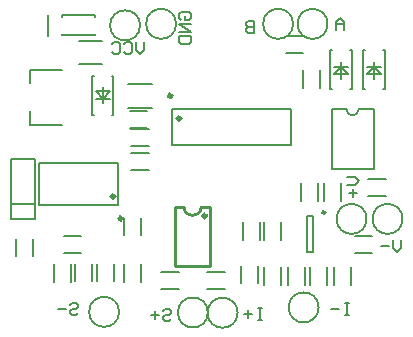
<source format=gbo>
G04*
G04 #@! TF.GenerationSoftware,Altium Limited,Altium Designer,23.10.1 (27)*
G04*
G04 Layer_Color=32896*
%FSLAX25Y25*%
%MOIN*%
G70*
G04*
G04 #@! TF.SameCoordinates,442CD837-0526-4CC3-B5C4-5EBA4434BA87*
G04*
G04*
G04 #@! TF.FilePolarity,Positive*
G04*
G01*
G75*
%ADD10C,0.01000*%
%ADD12C,0.00787*%
%ADD14C,0.00500*%
%ADD60C,0.01181*%
%ADD61C,0.00984*%
%ADD62C,0.00600*%
D10*
X57641Y-66677D02*
G03*
X63361Y-66658I2859J176D01*
G01*
X66405Y-86343D02*
Y-66658D01*
X54594Y-86343D02*
Y-66658D01*
X63361D02*
X66405D01*
X54594D02*
X57641D01*
X54594Y-86343D02*
X66405D01*
D12*
X105500Y-5500D02*
G03*
X105500Y-5500I-5000J0D01*
G01*
X118500Y-70500D02*
G03*
X118500Y-70500I-5000J0D01*
G01*
X130500D02*
G03*
X130500Y-70500I-5000J0D01*
G01*
X65600Y-101700D02*
G03*
X65600Y-101700I-5000J0D01*
G01*
X36000Y-101500D02*
G03*
X36000Y-101500I-5000J0D01*
G01*
X43000Y-6000D02*
G03*
X43000Y-6000I-5000J0D01*
G01*
X55000Y-5500D02*
G03*
X55000Y-5500I-5000J0D01*
G01*
X75500Y-101800D02*
G03*
X75500Y-101800I-5000J0D01*
G01*
X102500Y-100000D02*
G03*
X102500Y-100000I-5000J0D01*
G01*
X94000Y-5500D02*
G03*
X94000Y-5500I-5000J0D01*
G01*
X98516Y-69398D02*
X100484D01*
X98516Y-81602D02*
X100484D01*
Y-69398D01*
X98516Y-81602D02*
Y-69398D01*
X12264Y-9543D02*
Y-2457D01*
X28110Y-9347D02*
Y-8953D01*
X16890Y-9347D02*
Y-8953D01*
X28110Y-3047D02*
Y-2654D01*
X16890Y-3047D02*
Y-2654D01*
Y-9347D02*
X28110D01*
X16890Y-2654D02*
X28110D01*
X22563Y-11063D02*
X30437D01*
X22563Y-18937D02*
X30437D01*
X0Y-70500D02*
Y-50400D01*
Y-65500D02*
X8000D01*
X-13Y-70500D02*
X7987D01*
X8000D02*
Y-50400D01*
X0D02*
X8000D01*
X39063Y-33437D02*
X46937D01*
X39063Y-25563D02*
X46937D01*
X77146Y-77453D02*
Y-71547D01*
X82854Y-77453D02*
Y-71547D01*
X1646Y-82953D02*
Y-77047D01*
X7354Y-82953D02*
Y-77047D01*
X37646Y-75953D02*
Y-70047D01*
X43354Y-75953D02*
Y-70047D01*
X82354Y-91953D02*
Y-86047D01*
X76646Y-91953D02*
Y-86047D01*
X65449Y-88146D02*
X71354D01*
X65449Y-93854D02*
X71354D01*
X50047D02*
X55953D01*
X50047Y-88146D02*
X55953D01*
X96646Y-64453D02*
Y-58547D01*
X102354Y-64453D02*
Y-58547D01*
X40047Y-46354D02*
X45953D01*
X40047Y-40646D02*
X45953D01*
X84146Y-77453D02*
Y-71547D01*
X89854Y-77453D02*
Y-71547D01*
X102854Y-26854D02*
Y-20949D01*
X97146Y-26854D02*
Y-20949D01*
X43354Y-91551D02*
Y-85646D01*
X37646Y-91551D02*
Y-85646D01*
X34354Y-91354D02*
Y-85449D01*
X28646Y-91354D02*
Y-85449D01*
X40047Y-54354D02*
X45953D01*
X40047Y-48646D02*
X45953D01*
X104146Y-64453D02*
Y-58547D01*
X109854Y-64453D02*
Y-58547D01*
X84146Y-92453D02*
Y-86547D01*
X89854Y-92453D02*
Y-86547D01*
X113354Y-92453D02*
Y-86547D01*
X107646Y-92453D02*
Y-86547D01*
X114547Y-76146D02*
X120453D01*
X114547Y-81854D02*
X120453D01*
X91547Y-9646D02*
X97453D01*
X91547Y-15354D02*
X97453D01*
X99646Y-92453D02*
Y-86547D01*
X105354Y-92453D02*
Y-86547D01*
X17547Y-76146D02*
X23453D01*
X17547Y-81854D02*
X23453D01*
X39547Y-40354D02*
X45453D01*
X39547Y-34646D02*
X45453D01*
X119047Y-62854D02*
X124953D01*
X119047Y-57146D02*
X124953D01*
X19854Y-91453D02*
Y-85547D01*
X14146Y-91453D02*
Y-85547D01*
X92146Y-92453D02*
Y-86547D01*
X97854Y-92453D02*
Y-86547D01*
X21146Y-91354D02*
Y-85449D01*
X26854Y-91354D02*
Y-85449D01*
D14*
X111819Y-34000D02*
G03*
X115819Y-34000I2000J0D01*
G01*
X121000Y-23827D02*
Y-18327D01*
X117457Y-14327D02*
X118000D01*
X124000D02*
X124543D01*
X117457Y-27327D02*
X118000D01*
X124000D02*
X124543D01*
X118600Y-19927D02*
X123324D01*
X120962D02*
X123324Y-22289D01*
X118600D02*
X123324D01*
X118600D02*
X120962Y-19927D01*
X117457Y-27327D02*
Y-14327D01*
X124543Y-27327D02*
Y-14327D01*
X106819Y-34000D02*
X111819D01*
X115819D02*
X120819D01*
X106819Y-54000D02*
X120819D01*
X106819D02*
Y-34000D01*
X120819Y-54000D02*
Y-34000D01*
X30500Y-32000D02*
Y-26500D01*
X33500Y-36000D02*
X34043D01*
X26957D02*
X27500D01*
X33500Y-23000D02*
X34043D01*
X26957D02*
X27500D01*
X28176Y-30400D02*
X32900D01*
X28176Y-28038D02*
X30538Y-30400D01*
X28176Y-28038D02*
X32900D01*
X30538Y-30400D02*
X32900Y-28038D01*
X34043Y-36000D02*
Y-23000D01*
X26957Y-36000D02*
Y-23000D01*
X110000Y-23827D02*
Y-18327D01*
X106457Y-14327D02*
X107000D01*
X113000D02*
X113543D01*
X106457Y-27327D02*
X107000D01*
X113000D02*
X113543D01*
X107600Y-19927D02*
X112324D01*
X109962D02*
X112324Y-22289D01*
X107600D02*
X112324D01*
X107600D02*
X109962Y-19927D01*
X106457Y-27327D02*
Y-14327D01*
X113543Y-27327D02*
Y-14327D01*
X110833Y-7499D02*
Y-4834D01*
X109500Y-3501D01*
X108167Y-4834D01*
Y-7499D01*
Y-5500D01*
X110833D01*
X112001Y-56668D02*
X114666D01*
X115999Y-58001D01*
X114666Y-59334D01*
X112001D01*
X114000Y-60667D02*
Y-63332D01*
X112667Y-61999D02*
X115333D01*
X129832Y-77501D02*
Y-80166D01*
X128499Y-81499D01*
X127166Y-80166D01*
Y-77501D01*
X125833Y-79500D02*
X123168D01*
X50766Y-101367D02*
X51433Y-100701D01*
X52766D01*
X53432Y-101367D01*
Y-102034D01*
X52766Y-102700D01*
X51433D01*
X50766Y-103366D01*
Y-104033D01*
X51433Y-104699D01*
X52766D01*
X53432Y-104033D01*
X49433Y-102700D02*
X46768D01*
X48101Y-101367D02*
Y-104033D01*
X19667Y-99167D02*
X20333Y-98501D01*
X21666D01*
X22332Y-99167D01*
Y-99834D01*
X21666Y-100500D01*
X20333D01*
X19667Y-101166D01*
Y-101833D01*
X20333Y-102499D01*
X21666D01*
X22332Y-101833D01*
X18334Y-100500D02*
X15668D01*
X44332Y-11501D02*
Y-14166D01*
X42999Y-15499D01*
X41666Y-14166D01*
Y-11501D01*
X37667Y-12167D02*
X38334Y-11501D01*
X39666D01*
X40333Y-12167D01*
Y-14833D01*
X39666Y-15499D01*
X38334D01*
X37667Y-14833D01*
X33668Y-12167D02*
X34335Y-11501D01*
X35668D01*
X36334Y-12167D01*
Y-14833D01*
X35668Y-15499D01*
X34335D01*
X33668Y-14833D01*
X56667Y-4334D02*
X56001Y-3668D01*
Y-2335D01*
X56667Y-1668D01*
X59333D01*
X59999Y-2335D01*
Y-3668D01*
X59333Y-4334D01*
X58000D01*
Y-3001D01*
X59999Y-5667D02*
X56001D01*
X59999Y-8333D01*
X56001D01*
Y-9666D02*
X59999D01*
Y-11665D01*
X59333Y-12332D01*
X56667D01*
X56001Y-11665D01*
Y-9666D01*
X83499Y-100301D02*
X82166D01*
X82833D01*
Y-104299D01*
X83499D01*
X82166D01*
X80167Y-102300D02*
X77501D01*
X78834Y-100967D02*
Y-103633D01*
X112499Y-98501D02*
X111166D01*
X111833D01*
Y-102499D01*
X112499D01*
X111166D01*
X109167Y-100500D02*
X106501D01*
X80833Y-4501D02*
Y-8499D01*
X78834D01*
X78167Y-7833D01*
Y-7166D01*
X78834Y-6500D01*
X80833D01*
X78834D01*
X78167Y-5834D01*
Y-5167D01*
X78834Y-4501D01*
X80833D01*
D60*
X34607Y-63012D02*
G03*
X34607Y-63012I-591J0D01*
G01*
X37104Y-70303D02*
G03*
X37104Y-70303I-591J0D01*
G01*
X65091Y-69500D02*
G03*
X65091Y-69500I-591J0D01*
G01*
X56591Y-36972D02*
G03*
X56591Y-36972I-591J0D01*
G01*
X53591Y-29500D02*
G03*
X53591Y-29500I-591J0D01*
G01*
D61*
X104717Y-68315D02*
G03*
X104717Y-68315I-492J0D01*
G01*
D62*
X35595Y-65974D02*
Y-52026D01*
X9405D02*
X35595D01*
X9405Y-65974D02*
Y-52026D01*
Y-65974D02*
X35595D01*
X6473Y-20808D02*
X16915D01*
X6473Y-25331D02*
Y-20808D01*
Y-39125D02*
X16915D01*
X6473D02*
Y-34602D01*
X53712Y-45990D02*
Y-34010D01*
Y-45990D02*
X93288D01*
Y-34010D01*
X53712D02*
X93288D01*
M02*

</source>
